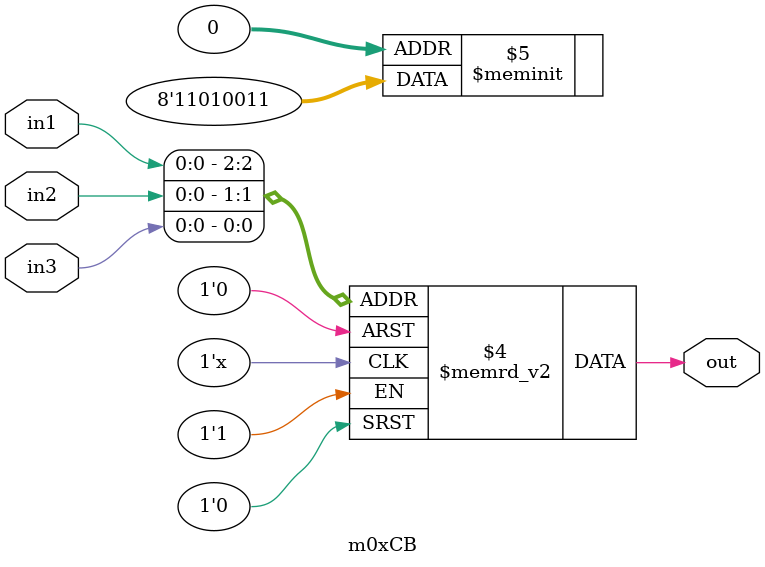
<source format=v>
module m0xCB(output out, input in1, in2, in3);

   always @(in1, in2, in3)
     begin
        case({in1, in2, in3})
          3'b000: {out} = 1'b1;
          3'b001: {out} = 1'b1;
          3'b010: {out} = 1'b0;
          3'b011: {out} = 1'b0;
          3'b100: {out} = 1'b1;
          3'b101: {out} = 1'b0;
          3'b110: {out} = 1'b1;
          3'b111: {out} = 1'b1;
        endcase // case ({in1, in2, in3})
     end // always @ (in1, in2, in3)

endmodule // m0xCB
</source>
